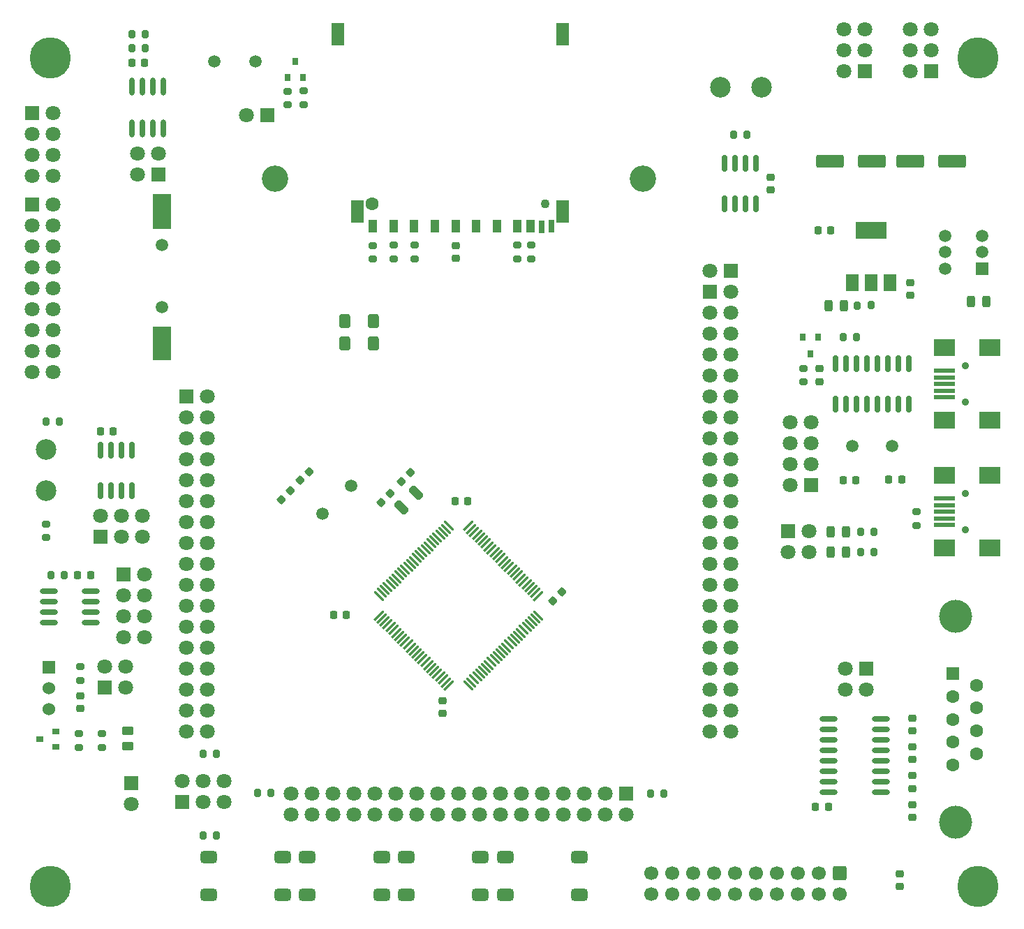
<source format=gbr>
%TF.GenerationSoftware,KiCad,Pcbnew,8.0.5*%
%TF.CreationDate,2025-04-27T01:42:02+08:00*%
%TF.ProjectId,STM32_learning,53544d33-325f-46c6-9561-726e696e672e,rev?*%
%TF.SameCoordinates,Original*%
%TF.FileFunction,Soldermask,Top*%
%TF.FilePolarity,Negative*%
%FSLAX46Y46*%
G04 Gerber Fmt 4.6, Leading zero omitted, Abs format (unit mm)*
G04 Created by KiCad (PCBNEW 8.0.5) date 2025-04-27 01:42:02*
%MOMM*%
%LPD*%
G01*
G04 APERTURE LIST*
G04 Aperture macros list*
%AMRoundRect*
0 Rectangle with rounded corners*
0 $1 Rounding radius*
0 $2 $3 $4 $5 $6 $7 $8 $9 X,Y pos of 4 corners*
0 Add a 4 corners polygon primitive as box body*
4,1,4,$2,$3,$4,$5,$6,$7,$8,$9,$2,$3,0*
0 Add four circle primitives for the rounded corners*
1,1,$1+$1,$2,$3*
1,1,$1+$1,$4,$5*
1,1,$1+$1,$6,$7*
1,1,$1+$1,$8,$9*
0 Add four rect primitives between the rounded corners*
20,1,$1+$1,$2,$3,$4,$5,0*
20,1,$1+$1,$4,$5,$6,$7,0*
20,1,$1+$1,$6,$7,$8,$9,0*
20,1,$1+$1,$8,$9,$2,$3,0*%
G04 Aperture macros list end*
%ADD10RoundRect,0.225000X0.250000X-0.225000X0.250000X0.225000X-0.250000X0.225000X-0.250000X-0.225000X0*%
%ADD11R,1.500000X2.000000*%
%ADD12R,3.800000X2.000000*%
%ADD13RoundRect,0.250000X0.400000X0.600000X-0.400000X0.600000X-0.400000X-0.600000X0.400000X-0.600000X0*%
%ADD14R,0.900000X0.800000*%
%ADD15R,0.800000X0.900000*%
%ADD16RoundRect,0.225000X-0.225000X-0.250000X0.225000X-0.250000X0.225000X0.250000X-0.225000X0.250000X0*%
%ADD17C,3.200000*%
%ADD18R,1.800000X1.800000*%
%ADD19C,1.800000*%
%ADD20RoundRect,0.225000X-0.250000X0.225000X-0.250000X-0.225000X0.250000X-0.225000X0.250000X0.225000X0*%
%ADD21RoundRect,0.200000X0.275000X-0.200000X0.275000X0.200000X-0.275000X0.200000X-0.275000X-0.200000X0*%
%ADD22O,2.200000X0.600000*%
%ADD23O,2.200000X0.650000*%
%ADD24RoundRect,0.225000X0.225000X0.250000X-0.225000X0.250000X-0.225000X-0.250000X0.225000X-0.250000X0*%
%ADD25RoundRect,0.200000X0.200000X0.275000X-0.200000X0.275000X-0.200000X-0.275000X0.200000X-0.275000X0*%
%ADD26RoundRect,0.250000X-0.282843X0.636396X-0.636396X0.282843X0.282843X-0.636396X0.636396X-0.282843X0*%
%ADD27RoundRect,0.200000X-0.275000X0.200000X-0.275000X-0.200000X0.275000X-0.200000X0.275000X0.200000X0*%
%ADD28RoundRect,0.250000X-0.600000X0.600000X-0.600000X-0.600000X0.600000X-0.600000X0.600000X0.600000X0*%
%ADD29C,1.700000*%
%ADD30RoundRect,0.225000X0.017678X-0.335876X0.335876X-0.017678X-0.017678X0.335876X-0.335876X0.017678X0*%
%ADD31C,1.500000*%
%ADD32RoundRect,0.200000X-0.200000X-0.275000X0.200000X-0.275000X0.200000X0.275000X-0.200000X0.275000X0*%
%ADD33RoundRect,0.150000X0.150000X-0.825000X0.150000X0.825000X-0.150000X0.825000X-0.150000X-0.825000X0*%
%ADD34RoundRect,0.243750X0.243750X0.456250X-0.243750X0.456250X-0.243750X-0.456250X0.243750X-0.456250X0*%
%ADD35RoundRect,0.075000X-0.565685X0.459619X0.459619X-0.565685X0.565685X-0.459619X-0.459619X0.565685X0*%
%ADD36RoundRect,0.075000X-0.565685X-0.459619X-0.459619X-0.565685X0.565685X0.459619X0.459619X0.565685X0*%
%ADD37R,1.500000X1.500000*%
%ADD38C,4.000000*%
%ADD39R,1.600000X1.600000*%
%ADD40C,1.600000*%
%ADD41R,2.300000X4.040000*%
%ADD42R,2.300000X4.350000*%
%ADD43R,1.500000X2.800000*%
%ADD44C,1.100000*%
%ADD45R,1.000000X1.500000*%
%ADD46R,0.700000X1.500000*%
%ADD47C,5.000000*%
%ADD48RoundRect,0.243750X-0.243750X-0.456250X0.243750X-0.456250X0.243750X0.456250X-0.243750X0.456250X0*%
%ADD49RoundRect,0.250000X-1.412500X-0.550000X1.412500X-0.550000X1.412500X0.550000X-1.412500X0.550000X0*%
%ADD50RoundRect,0.375000X-0.625000X-0.375000X0.625000X-0.375000X0.625000X0.375000X-0.625000X0.375000X0*%
%ADD51RoundRect,0.250000X0.450000X-0.262500X0.450000X0.262500X-0.450000X0.262500X-0.450000X-0.262500X0*%
%ADD52R,1.524000X1.524000*%
%ADD53C,1.524000*%
%ADD54C,0.900000*%
%ADD55R,2.500000X0.500000*%
%ADD56R,2.500000X2.000000*%
%ADD57RoundRect,0.225000X-0.017678X0.335876X-0.335876X0.017678X0.017678X-0.335876X0.335876X-0.017678X0*%
%ADD58C,2.500000*%
%ADD59O,0.650000X2.200000*%
G04 APERTURE END LIST*
D10*
%TO.C,C30*%
X34105000Y-123465000D03*
X34105000Y-121915000D03*
%TD*%
D11*
%TO.C,U1*%
X127719000Y-71741000D03*
X130019000Y-71741000D03*
X132319000Y-71741000D03*
D12*
X130019000Y-65441000D03*
%TD*%
D13*
%TO.C,D1*%
X69700000Y-79125000D03*
X66200000Y-79125000D03*
%TD*%
D14*
%TO.C,Q2*%
X31165000Y-128125000D03*
X31165000Y-126225000D03*
X29165000Y-127175000D03*
%TD*%
D15*
%TO.C,Q1*%
X123639000Y-78411000D03*
X121739000Y-78411000D03*
X122689000Y-80411000D03*
%TD*%
D16*
%TO.C,C26*%
X36542500Y-89787500D03*
X38092500Y-89787500D03*
%TD*%
D17*
%TO.C,J22*%
X57770000Y-59180000D03*
X102350000Y-59180000D03*
D18*
X100320000Y-133730000D03*
D19*
X100320000Y-136270000D03*
X97780000Y-133730000D03*
X97780000Y-136270000D03*
X95240000Y-133730000D03*
X95240000Y-136270000D03*
X92700000Y-133730000D03*
X92700000Y-136270000D03*
X90160000Y-133730000D03*
X90160000Y-136270000D03*
X87620000Y-133730000D03*
X87620000Y-136270000D03*
X85080000Y-133730000D03*
X85080000Y-136270000D03*
X82540000Y-133730000D03*
X82540000Y-136270000D03*
X80000000Y-133730000D03*
X80000000Y-136270000D03*
X77460000Y-133730000D03*
X77460000Y-136270000D03*
X74920000Y-133730000D03*
X74920000Y-136270000D03*
X72380000Y-133730000D03*
X72380000Y-136270000D03*
X69840000Y-133730000D03*
X69840000Y-136270000D03*
X67300000Y-133730000D03*
X67300000Y-136270000D03*
X64760000Y-133730000D03*
X64760000Y-136270000D03*
X62220000Y-133730000D03*
X62220000Y-136270000D03*
X59680000Y-133730000D03*
X59680000Y-136270000D03*
%TD*%
D20*
%TO.C,C22*%
X135065875Y-131596625D03*
X135065875Y-133146625D03*
%TD*%
D21*
%TO.C,R19*%
X34105000Y-120025000D03*
X34105000Y-118375000D03*
%TD*%
D22*
%TO.C,U5*%
X131240875Y-133590375D03*
X131240875Y-132320375D03*
X131240875Y-131050375D03*
X131240875Y-129780375D03*
X131240875Y-128510375D03*
X131240875Y-127240375D03*
X131240875Y-125970375D03*
X131240875Y-124700375D03*
X124890875Y-124700375D03*
X124890875Y-125970375D03*
X124890875Y-127240375D03*
X124890875Y-128510375D03*
X124890875Y-129780375D03*
X124890875Y-131050375D03*
X124890875Y-132320375D03*
X124890875Y-133590375D03*
%TD*%
D18*
%TO.C,J18*%
X56772500Y-51460000D03*
D19*
X54232500Y-51460000D03*
%TD*%
D23*
%TO.C,U7*%
X30289500Y-109190000D03*
X30289500Y-110460000D03*
X30289500Y-111730000D03*
X30289500Y-113000000D03*
X35369500Y-113000000D03*
X35369500Y-111730000D03*
X35369500Y-110460000D03*
X35369500Y-109190000D03*
%TD*%
D24*
%TO.C,C17*%
X128214000Y-95721000D03*
X126664000Y-95721000D03*
%TD*%
D25*
%TO.C,R26*%
X41984500Y-43354500D03*
X40334500Y-43354500D03*
%TD*%
D21*
%TO.C,R23*%
X61162500Y-50155000D03*
X61162500Y-48505000D03*
%TD*%
D25*
%TO.C,R9*%
X31600000Y-88625000D03*
X29950000Y-88625000D03*
%TD*%
D26*
%TO.C,Y2*%
X74819758Y-97270242D03*
X73051992Y-99038008D03*
%TD*%
D27*
%TO.C,R8*%
X29965000Y-101065000D03*
X29965000Y-102715000D03*
%TD*%
D18*
%TO.C,J4*%
X46460000Y-134770000D03*
D19*
X46460000Y-132230000D03*
X49000000Y-134770000D03*
X49000000Y-132230000D03*
X51540000Y-134770000D03*
X51540000Y-132230000D03*
%TD*%
D25*
%TO.C,R25*%
X130019000Y-74491000D03*
X128369000Y-74591000D03*
%TD*%
D28*
%TO.C,J6*%
X126230000Y-143447500D03*
D29*
X126230000Y-145987500D03*
X123690000Y-143447500D03*
X123690000Y-145987500D03*
X121150000Y-143447500D03*
X121150000Y-145987500D03*
X118610000Y-143447500D03*
X118610000Y-145987500D03*
X116070000Y-143447500D03*
X116070000Y-145987500D03*
X113530000Y-143447500D03*
X113530000Y-145987500D03*
X110990000Y-143447500D03*
X110990000Y-145987500D03*
X108450000Y-143447500D03*
X108450000Y-145987500D03*
X105910000Y-143447500D03*
X105910000Y-145987500D03*
X103370000Y-143447500D03*
X103370000Y-145987500D03*
%TD*%
D18*
%TO.C,J23*%
X129289000Y-46131000D03*
D19*
X126749000Y-46131000D03*
X129289000Y-43591000D03*
X126749000Y-43591000D03*
X129289000Y-41051000D03*
X126749000Y-41051000D03*
%TD*%
D30*
%TO.C,C12*%
X58468270Y-98131731D03*
X59564286Y-97035715D03*
%TD*%
D27*
%TO.C,R7*%
X121789000Y-82186000D03*
X121789000Y-83836000D03*
%TD*%
D25*
%TO.C,R20*%
X130399000Y-101971000D03*
X128749000Y-101971000D03*
%TD*%
D30*
%TO.C,C8*%
X91401992Y-110398008D03*
X92498008Y-109301992D03*
%TD*%
D31*
%TO.C,LS1*%
X50387500Y-44950000D03*
X55387500Y-44950000D03*
%TD*%
D24*
%TO.C,C21*%
X124840875Y-135371625D03*
X123290875Y-135371625D03*
%TD*%
D32*
%TO.C,R5*%
X49005000Y-128900000D03*
X50655000Y-128900000D03*
%TD*%
D18*
%TO.C,J12*%
X39389500Y-107139000D03*
D19*
X41929500Y-107139000D03*
X39389500Y-109679000D03*
X41929500Y-109679000D03*
X39389500Y-112219000D03*
X41929500Y-112219000D03*
X39389500Y-114759000D03*
X41929500Y-114759000D03*
%TD*%
D21*
%TO.C,R13*%
X69615000Y-68905000D03*
X69615000Y-67255000D03*
%TD*%
D25*
%TO.C,R27*%
X41984500Y-41604500D03*
X40334500Y-41604500D03*
%TD*%
D18*
%TO.C,D3*%
X40315000Y-132450000D03*
D19*
X40315000Y-134990000D03*
%TD*%
D18*
%TO.C,J19*%
X119979000Y-101951000D03*
D19*
X122519000Y-101951000D03*
X119979000Y-104491000D03*
X122519000Y-104491000D03*
%TD*%
D24*
%TO.C,C27*%
X35349500Y-107249000D03*
X33799500Y-107249000D03*
%TD*%
D33*
%TO.C,U8*%
X112220000Y-62245000D03*
X113490000Y-62245000D03*
X114760000Y-62245000D03*
X116030000Y-62245000D03*
X116030000Y-57295000D03*
X114760000Y-57295000D03*
X113490000Y-57295000D03*
X112220000Y-57295000D03*
%TD*%
D21*
%TO.C,R24*%
X36715000Y-128140000D03*
X36715000Y-126490000D03*
%TD*%
D25*
%TO.C,R29*%
X57255000Y-133710000D03*
X55605000Y-133710000D03*
%TD*%
D18*
%TO.C,J20*%
X28230000Y-51190000D03*
D19*
X30770000Y-51190000D03*
X28230000Y-53730000D03*
X30770000Y-53730000D03*
X28230000Y-56270000D03*
X30770000Y-56270000D03*
X28230000Y-58810000D03*
X30770000Y-58810000D03*
%TD*%
D18*
%TO.C,J13*%
X113040000Y-70310000D03*
D19*
X110500000Y-70310000D03*
%TD*%
D34*
%TO.C,F1*%
X144019000Y-74091000D03*
X142144000Y-74091000D03*
%TD*%
D31*
%TO.C,Y3*%
X132609000Y-91611000D03*
X127729000Y-91611000D03*
%TD*%
D16*
%TO.C,C6*%
X64850000Y-112100000D03*
X66400000Y-112100000D03*
%TD*%
D35*
%TO.C,U2*%
X78815596Y-101280315D03*
X78462043Y-101633868D03*
X78108489Y-101987422D03*
X77754936Y-102340975D03*
X77401383Y-102694528D03*
X77047829Y-103048082D03*
X76694276Y-103401635D03*
X76340722Y-103755189D03*
X75987169Y-104108742D03*
X75633616Y-104462295D03*
X75280062Y-104815849D03*
X74926509Y-105169402D03*
X74572955Y-105522955D03*
X74219402Y-105876509D03*
X73865849Y-106230062D03*
X73512295Y-106583616D03*
X73158742Y-106937169D03*
X72805189Y-107290722D03*
X72451635Y-107644276D03*
X72098082Y-107997829D03*
X71744528Y-108351383D03*
X71390975Y-108704936D03*
X71037422Y-109058489D03*
X70683868Y-109412043D03*
X70330315Y-109765596D03*
D36*
X70330315Y-112134404D03*
X70683868Y-112487957D03*
X71037422Y-112841511D03*
X71390975Y-113195064D03*
X71744528Y-113548617D03*
X72098082Y-113902171D03*
X72451635Y-114255724D03*
X72805189Y-114609278D03*
X73158742Y-114962831D03*
X73512295Y-115316384D03*
X73865849Y-115669938D03*
X74219402Y-116023491D03*
X74572955Y-116377045D03*
X74926509Y-116730598D03*
X75280062Y-117084151D03*
X75633616Y-117437705D03*
X75987169Y-117791258D03*
X76340722Y-118144811D03*
X76694276Y-118498365D03*
X77047829Y-118851918D03*
X77401383Y-119205472D03*
X77754936Y-119559025D03*
X78108489Y-119912578D03*
X78462043Y-120266132D03*
X78815596Y-120619685D03*
D35*
X81184404Y-120619685D03*
X81537957Y-120266132D03*
X81891511Y-119912578D03*
X82245064Y-119559025D03*
X82598617Y-119205472D03*
X82952171Y-118851918D03*
X83305724Y-118498365D03*
X83659278Y-118144811D03*
X84012831Y-117791258D03*
X84366384Y-117437705D03*
X84719938Y-117084151D03*
X85073491Y-116730598D03*
X85427045Y-116377045D03*
X85780598Y-116023491D03*
X86134151Y-115669938D03*
X86487705Y-115316384D03*
X86841258Y-114962831D03*
X87194811Y-114609278D03*
X87548365Y-114255724D03*
X87901918Y-113902171D03*
X88255472Y-113548617D03*
X88609025Y-113195064D03*
X88962578Y-112841511D03*
X89316132Y-112487957D03*
X89669685Y-112134404D03*
D36*
X89669685Y-109765596D03*
X89316132Y-109412043D03*
X88962578Y-109058489D03*
X88609025Y-108704936D03*
X88255472Y-108351383D03*
X87901918Y-107997829D03*
X87548365Y-107644276D03*
X87194811Y-107290722D03*
X86841258Y-106937169D03*
X86487705Y-106583616D03*
X86134151Y-106230062D03*
X85780598Y-105876509D03*
X85427045Y-105522955D03*
X85073491Y-105169402D03*
X84719938Y-104815849D03*
X84366384Y-104462295D03*
X84012831Y-104108742D03*
X83659278Y-103755189D03*
X83305724Y-103401635D03*
X82952171Y-103048082D03*
X82598617Y-102694528D03*
X82245064Y-102340975D03*
X81891511Y-101987422D03*
X81537957Y-101633868D03*
X81184404Y-101280315D03*
%TD*%
D24*
%TO.C,C4*%
X125119000Y-65441000D03*
X123569000Y-65441000D03*
%TD*%
D37*
%TO.C,SW1*%
X143519000Y-70091000D03*
D31*
X143519000Y-68091000D03*
X143519000Y-66091000D03*
X139019000Y-70091000D03*
X139019000Y-68091000D03*
X139019000Y-66091000D03*
%TD*%
D38*
%TO.C,J8*%
X140275875Y-137256625D03*
X140275875Y-112256625D03*
D39*
X139975875Y-119216625D03*
D40*
X139975875Y-121986625D03*
X139975875Y-124756625D03*
X139975875Y-127526625D03*
X139975875Y-130296625D03*
X142815875Y-120601625D03*
X142815875Y-123371625D03*
X142815875Y-126141625D03*
X142815875Y-128911625D03*
%TD*%
D31*
%TO.C,BT1*%
X44025000Y-74725000D03*
X44025000Y-67225000D03*
D41*
X44025000Y-79125000D03*
D42*
X44025000Y-63160000D03*
%TD*%
D31*
%TO.C,Y1*%
X63467589Y-99832412D03*
X66918270Y-96381731D03*
%TD*%
D18*
%TO.C,J21*%
X28230000Y-62340000D03*
D19*
X30770000Y-62340000D03*
X28230000Y-64880000D03*
X30770000Y-64880000D03*
X28230000Y-67420000D03*
X30770000Y-67420000D03*
X28230000Y-69960000D03*
X30770000Y-69960000D03*
X28230000Y-72500000D03*
X30770000Y-72500000D03*
X28230000Y-75040000D03*
X30770000Y-75040000D03*
X28230000Y-77580000D03*
X30770000Y-77580000D03*
X28230000Y-80120000D03*
X30770000Y-80120000D03*
X28230000Y-82660000D03*
X30770000Y-82660000D03*
%TD*%
D43*
%TO.C,J15*%
X92650000Y-63175000D03*
X92650000Y-41675000D03*
D44*
X90500000Y-62175000D03*
D40*
X69500000Y-62175000D03*
D43*
X67700000Y-63175000D03*
X65350000Y-41675000D03*
D45*
X72120000Y-64950000D03*
X74620000Y-64950000D03*
X77120000Y-64950000D03*
X79620000Y-64950000D03*
X82120000Y-64950000D03*
X84620000Y-64950000D03*
X87120000Y-64950000D03*
X88750000Y-64950000D03*
X69620000Y-64950000D03*
D46*
X90050000Y-64975000D03*
X91250000Y-64950000D03*
%TD*%
D33*
%TO.C,U3*%
X125749000Y-86531000D03*
X127019000Y-86531000D03*
X128289000Y-86531000D03*
X129559000Y-86531000D03*
X130829000Y-86531000D03*
X132099000Y-86531000D03*
X133369000Y-86531000D03*
X134639000Y-86531000D03*
X134639000Y-81581000D03*
X133369000Y-81581000D03*
X132099000Y-81581000D03*
X130829000Y-81581000D03*
X129559000Y-81581000D03*
X128289000Y-81581000D03*
X127019000Y-81581000D03*
X125749000Y-81581000D03*
%TD*%
D21*
%TO.C,R15*%
X74655000Y-68865000D03*
X74655000Y-67215000D03*
%TD*%
D47*
%TO.C,*%
X143000000Y-145000000D03*
%TD*%
D25*
%TO.C,R10*%
X115000000Y-53850000D03*
X113350000Y-53850000D03*
%TD*%
%TO.C,R28*%
X32174500Y-107240000D03*
X30524500Y-107240000D03*
%TD*%
D48*
%TO.C,D6*%
X125124000Y-104471000D03*
X126999000Y-104471000D03*
%TD*%
D49*
%TO.C,C2*%
X134781500Y-57071000D03*
X139856500Y-57071000D03*
%TD*%
D15*
%TO.C,Q3*%
X59232500Y-46930000D03*
X61132500Y-46930000D03*
X60182500Y-44930000D03*
%TD*%
D50*
%TO.C,SW3*%
X61650000Y-141500000D03*
X70650000Y-141500000D03*
X61650000Y-146000000D03*
X70650000Y-146000000D03*
%TD*%
D51*
%TO.C,R18*%
X39895000Y-127997500D03*
X39895000Y-126172500D03*
%TD*%
D20*
%TO.C,C29*%
X79635000Y-67270000D03*
X79635000Y-68820000D03*
%TD*%
D52*
%TO.C,D4*%
X30295000Y-118395000D03*
D53*
X30295000Y-120935000D03*
X30295000Y-123475000D03*
%TD*%
D16*
%TO.C,C9*%
X79575000Y-98250000D03*
X81125000Y-98250000D03*
%TD*%
D54*
%TO.C,J1*%
X141494000Y-101771000D03*
X141494000Y-97371000D03*
D55*
X138894000Y-101171000D03*
X138894000Y-100371000D03*
X138894000Y-99571000D03*
X138894000Y-98771000D03*
X138894000Y-97971000D03*
D56*
X138894000Y-103971000D03*
X144394000Y-103971000D03*
X138894000Y-95171000D03*
X144394000Y-95171000D03*
%TD*%
D20*
%TO.C,C19*%
X133500000Y-143467500D03*
X133500000Y-145017500D03*
%TD*%
D21*
%TO.C,R11*%
X87125000Y-68895000D03*
X87125000Y-67245000D03*
%TD*%
D18*
%TO.C,J10*%
X36522500Y-102617500D03*
D19*
X36522500Y-100077500D03*
X39062500Y-102617500D03*
X39062500Y-100077500D03*
X41602500Y-102617500D03*
X41602500Y-100077500D03*
%TD*%
D21*
%TO.C,R22*%
X59252500Y-50195000D03*
X59252500Y-48545000D03*
%TD*%
D18*
%TO.C,J5*%
X122789000Y-96361000D03*
D19*
X120249000Y-96361000D03*
X122789000Y-93821000D03*
X120249000Y-93821000D03*
X122789000Y-91281000D03*
X120249000Y-91281000D03*
X122789000Y-88741000D03*
X120249000Y-88741000D03*
%TD*%
D57*
%TO.C,C14*%
X71676257Y-97323743D03*
X70580241Y-98419759D03*
%TD*%
D21*
%TO.C,R12*%
X88765000Y-68875000D03*
X88765000Y-67225000D03*
%TD*%
D58*
%TO.C,J14*%
X111725000Y-48082600D03*
X116725000Y-48082600D03*
%TD*%
%TO.C,J11*%
X29965000Y-97050000D03*
X29965000Y-92050000D03*
%TD*%
D10*
%TO.C,C28*%
X117885000Y-60545000D03*
X117885000Y-58995000D03*
%TD*%
D21*
%TO.C,R17*%
X33965000Y-128150000D03*
X33965000Y-126500000D03*
%TD*%
D18*
%TO.C,J3*%
X110500000Y-72850000D03*
D19*
X113040000Y-72850000D03*
X110500000Y-75390000D03*
X113040000Y-75390000D03*
X110500000Y-77930000D03*
X113040000Y-77930000D03*
X110500000Y-80470000D03*
X113040000Y-80470000D03*
X110500000Y-83010000D03*
X113040000Y-83010000D03*
X110500000Y-85550000D03*
X113040000Y-85550000D03*
X110500000Y-88090000D03*
X113040000Y-88090000D03*
X110500000Y-90630000D03*
X113040000Y-90630000D03*
X110500000Y-93170000D03*
X113040000Y-93170000D03*
X110500000Y-95710000D03*
X113040000Y-95710000D03*
X110500000Y-98250000D03*
X113040000Y-98250000D03*
X110500000Y-100790000D03*
X113040000Y-100790000D03*
X110500000Y-103330000D03*
X113040000Y-103330000D03*
X110500000Y-105870000D03*
X113040000Y-105870000D03*
X110500000Y-108410000D03*
X113040000Y-108410000D03*
X110500000Y-110950000D03*
X113040000Y-110950000D03*
X110500000Y-113490000D03*
X113040000Y-113490000D03*
X110500000Y-116030000D03*
X113040000Y-116030000D03*
X110500000Y-118570000D03*
X113040000Y-118570000D03*
X110500000Y-121110000D03*
X113040000Y-121110000D03*
X110500000Y-123650000D03*
X113040000Y-123650000D03*
X110500000Y-126190000D03*
X113040000Y-126190000D03*
%TD*%
D50*
%TO.C,SW5*%
X85650000Y-141500000D03*
X94650000Y-141500000D03*
X85650000Y-146000000D03*
X94650000Y-146000000D03*
%TD*%
D18*
%TO.C,J2*%
X46960000Y-85550000D03*
D19*
X49500000Y-85550000D03*
X46960000Y-88090000D03*
X49500000Y-88090000D03*
X46960000Y-90630000D03*
X49500000Y-90630000D03*
X46960000Y-93170000D03*
X49500000Y-93170000D03*
X46960000Y-95710000D03*
X49500000Y-95710000D03*
X46960000Y-98250000D03*
X49500000Y-98250000D03*
X46960000Y-100790000D03*
X49500000Y-100790000D03*
X46960000Y-103330000D03*
X49500000Y-103330000D03*
X46960000Y-105870000D03*
X49500000Y-105870000D03*
X46960000Y-108410000D03*
X49500000Y-108410000D03*
X46960000Y-110950000D03*
X49500000Y-110950000D03*
X46960000Y-113490000D03*
X49500000Y-113490000D03*
X46960000Y-116030000D03*
X49500000Y-116030000D03*
X46960000Y-118570000D03*
X49500000Y-118570000D03*
X46960000Y-121110000D03*
X49500000Y-121110000D03*
X46960000Y-123650000D03*
X49500000Y-123650000D03*
X46960000Y-126190000D03*
X49500000Y-126190000D03*
%TD*%
D47*
%TO.C,*%
X30500000Y-145000000D03*
%TD*%
D50*
%TO.C,SW4*%
X73650000Y-141500000D03*
X82650000Y-141500000D03*
X73650000Y-146000000D03*
X82650000Y-146000000D03*
%TD*%
D48*
%TO.C,D7*%
X124831500Y-74591000D03*
X126706500Y-74591000D03*
%TD*%
D16*
%TO.C,C20*%
X40349500Y-45104500D03*
X41899500Y-45104500D03*
%TD*%
D54*
%TO.C,J16*%
X141494000Y-86291000D03*
X141494000Y-81891000D03*
D55*
X138894000Y-85691000D03*
X138894000Y-84891000D03*
X138894000Y-84091000D03*
X138894000Y-83291000D03*
X138894000Y-82491000D03*
D56*
X138894000Y-88491000D03*
X144394000Y-88491000D03*
X138894000Y-79691000D03*
X144394000Y-79691000D03*
%TD*%
D21*
%TO.C,R16*%
X135519000Y-101221000D03*
X135519000Y-99571000D03*
%TD*%
D18*
%TO.C,J17*%
X37055000Y-120905000D03*
D19*
X37055000Y-118365000D03*
X39595000Y-120905000D03*
X39595000Y-118365000D03*
%TD*%
D18*
%TO.C,J24*%
X137289000Y-46131000D03*
D19*
X134749000Y-46131000D03*
X137289000Y-43591000D03*
X134749000Y-43591000D03*
X137289000Y-41051000D03*
X134749000Y-41051000D03*
%TD*%
D47*
%TO.C,REF\u002A\u002A*%
X30500000Y-44500000D03*
%TD*%
D49*
%TO.C,C3*%
X125081500Y-57071000D03*
X130156500Y-57071000D03*
%TD*%
D24*
%TO.C,C18*%
X133744000Y-95691000D03*
X132194000Y-95691000D03*
%TD*%
D18*
%TO.C,J25*%
X43559500Y-58644500D03*
D19*
X41019500Y-58644500D03*
X43559500Y-56104500D03*
X41019500Y-56104500D03*
%TD*%
D59*
%TO.C,U4*%
X40340500Y-53113500D03*
X41610500Y-53113500D03*
X42880500Y-53113500D03*
X44150500Y-53113500D03*
X44150500Y-48033500D03*
X42880500Y-48033500D03*
X41610500Y-48033500D03*
X40340500Y-48033500D03*
%TD*%
D25*
%TO.C,R30*%
X104895000Y-133720000D03*
X103245000Y-133720000D03*
%TD*%
%TO.C,R21*%
X130399000Y-104471000D03*
X128749000Y-104471000D03*
%TD*%
D13*
%TO.C,D2*%
X69700000Y-76405000D03*
X66200000Y-76405000D03*
%TD*%
D50*
%TO.C,SW2*%
X49650000Y-141500000D03*
X58650000Y-141500000D03*
X49650000Y-146000000D03*
X58650000Y-146000000D03*
%TD*%
D33*
%TO.C,U6*%
X36537500Y-97032500D03*
X37807500Y-97032500D03*
X39077500Y-97032500D03*
X40347500Y-97032500D03*
X40347500Y-92082500D03*
X39077500Y-92082500D03*
X37807500Y-92082500D03*
X36537500Y-92082500D03*
%TD*%
D30*
%TO.C,C15*%
X73080241Y-95919759D03*
X74176257Y-94823743D03*
%TD*%
D21*
%TO.C,R14*%
X72115000Y-68865000D03*
X72115000Y-67215000D03*
%TD*%
D30*
%TO.C,C13*%
X60818270Y-95781731D03*
X61914286Y-94685715D03*
%TD*%
D48*
%TO.C,D5*%
X125124000Y-101971000D03*
X126999000Y-101971000D03*
%TD*%
D20*
%TO.C,C1*%
X134819000Y-71741000D03*
X134819000Y-73291000D03*
%TD*%
D25*
%TO.C,R6*%
X128299000Y-78411000D03*
X126649000Y-78411000D03*
%TD*%
D20*
%TO.C,C25*%
X135065875Y-124596625D03*
X135065875Y-126146625D03*
%TD*%
%TO.C,C23*%
X135065875Y-128096625D03*
X135065875Y-129646625D03*
%TD*%
%TO.C,C16*%
X123739000Y-82231000D03*
X123739000Y-83781000D03*
%TD*%
D18*
%TO.C,J9*%
X129460875Y-118601625D03*
D19*
X129460875Y-121141625D03*
X126920875Y-118601625D03*
X126920875Y-121141625D03*
%TD*%
D25*
%TO.C,R4*%
X50625000Y-138800000D03*
X48975000Y-138800000D03*
%TD*%
D10*
%TO.C,C24*%
X135065875Y-136646625D03*
X135065875Y-135096625D03*
%TD*%
D47*
%TO.C,REF\u002A\u002A*%
X143000000Y-44500000D03*
%TD*%
D10*
%TO.C,C7*%
X78050000Y-124025000D03*
X78050000Y-122475000D03*
%TD*%
M02*

</source>
